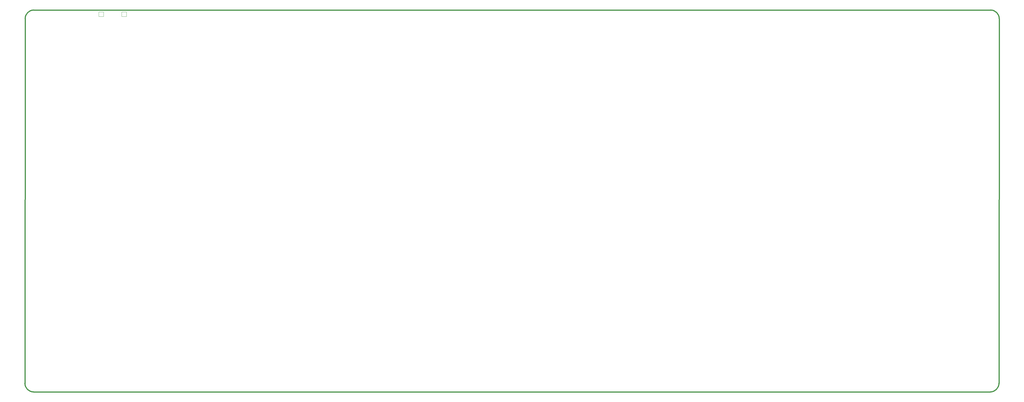
<source format=gm1>
G04 #@! TF.GenerationSoftware,KiCad,Pcbnew,(6.0.6)*
G04 #@! TF.CreationDate,2022-08-01T08:11:52-05:00*
G04 #@! TF.ProjectId,we816,77653831-362e-46b6-9963-61645f706362,rev?*
G04 #@! TF.SameCoordinates,Original*
G04 #@! TF.FileFunction,Profile,NP*
%FSLAX46Y46*%
G04 Gerber Fmt 4.6, Leading zero omitted, Abs format (unit mm)*
G04 Created by KiCad (PCBNEW (6.0.6)) date 2022-08-01 08:11:52*
%MOMM*%
%LPD*%
G01*
G04 APERTURE LIST*
G04 #@! TA.AperFunction,Profile*
%ADD10C,0.381000*%
G04 #@! TD*
G04 #@! TA.AperFunction,Profile*
%ADD11C,0.001000*%
G04 #@! TD*
G04 APERTURE END LIST*
D10*
X383800000Y-211100000D02*
X30200000Y-211100000D01*
X30300000Y-69700000D02*
X58200000Y-69700000D01*
X387100000Y-72900000D02*
G75*
G03*
X383900000Y-69700000I-3200000J0D01*
G01*
X387100000Y-72900000D02*
X387000000Y-207900000D01*
X58200000Y-69700000D02*
X383900000Y-69700000D01*
X383800000Y-211100000D02*
G75*
G03*
X387000000Y-207900000I0J3200000D01*
G01*
X27000000Y-207900000D02*
X27100000Y-72900000D01*
X30300000Y-69700000D02*
G75*
G03*
X27100000Y-72900000I0J-3200000D01*
G01*
X27000000Y-207900000D02*
G75*
G03*
X30200000Y-211100000I3200000J0D01*
G01*
D11*
X54250000Y-72100000D02*
X56050000Y-72100000D01*
X62750000Y-72100000D02*
X64550000Y-72100000D01*
X62750000Y-70400000D02*
X62750000Y-72100000D01*
X56050000Y-70400000D02*
X54250000Y-70400000D01*
X64550000Y-70400000D02*
X62750000Y-70400000D01*
X54250000Y-70400000D02*
X54250000Y-72100000D01*
X56050000Y-72100000D02*
X56050000Y-70400000D01*
X64550000Y-72100000D02*
X64550000Y-70400000D01*
M02*

</source>
